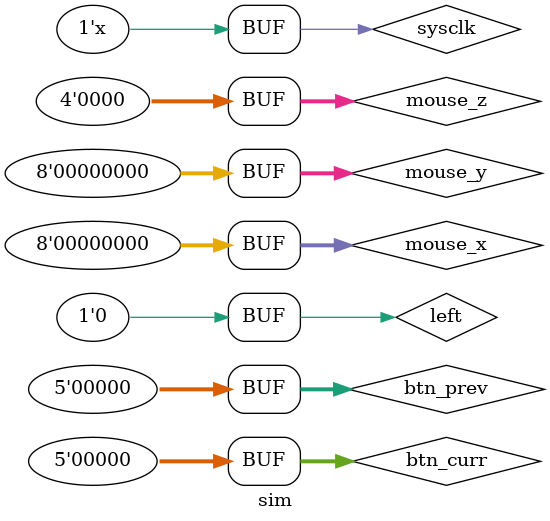
<source format=v>
`timescale 1ns / 1ps
module sim();
    reg sysclk = 0;
    reg left = 0;
    reg [4:0] btn_curr = 0;
    reg [4:0] btn_prev = 0;
    reg [7:0] mouse_x = 0;
    reg [7:0] mouse_y = 0;
    reg [3:0] mouse_z = 0;
    reg [12:0] pixel_idx = 0;
    wire [7:0] pixel_x;
    wire [7:0] pixel_y;
    wire [15:0] colour;
    
    Test test_module(
        .enabled(1'b1),
        .clk(sysclk),
        .left(left),
        .sampling(sysclk),
        .btn_curr(btn_curr),
        .btn_prev(btn_prev),
        .mouse_x(mouse_x),
        .mouse_y(mouse_y),
        .mouse_z(mouse_z),
        .pixel_x(pixel_x),
        .pixel_y(pixel_y),
        .pixel_index(pixel_idx),
        .colour(colour)
    );
    
    always begin
        #5 sysclk = ~sysclk;
    end
    
    always @ (posedge sysclk) begin
        pixel_idx = pixel_idx == 6143 ? 0 : pixel_idx + 1;
    end
    
    assign pixel_x = pixel_idx % 96;
    assign pixel_y = pixel_idx / 96;
    
    initial begin
    end
endmodule

</source>
